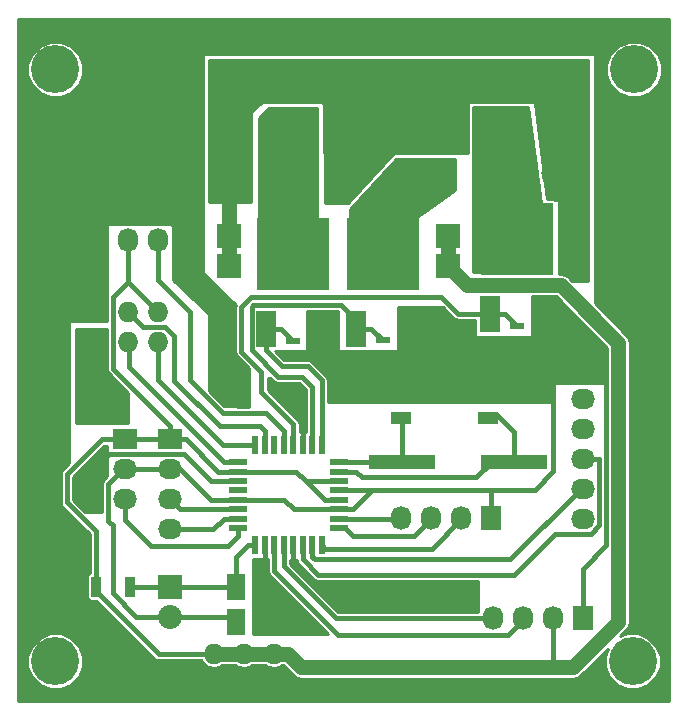
<source format=gbr>
G04 #@! TF.FileFunction,Copper,L1,Top,Signal*
%FSLAX46Y46*%
G04 Gerber Fmt 4.6, Leading zero omitted, Abs format (unit mm)*
G04 Created by KiCad (PCBNEW 4.0.2+dfsg1-stable) date Thu 14 Apr 2016 07:40:31 AM EDT*
%MOMM*%
G01*
G04 APERTURE LIST*
%ADD10C,0.100000*%
%ADD11R,1.750000X1.000000*%
%ADD12R,1.250000X0.500000*%
%ADD13R,5.600000X1.200000*%
%ADD14R,5.600700X1.200000*%
%ADD15R,1.600000X0.550000*%
%ADD16R,0.550000X1.600000*%
%ADD17R,1.600200X2.199640*%
%ADD18R,2.032000X2.032000*%
%ADD19O,2.032000X2.032000*%
%ADD20R,1.727200X2.032000*%
%ADD21O,1.727200X2.032000*%
%ADD22R,2.032000X1.727200*%
%ADD23O,2.032000X1.727200*%
%ADD24R,1.727200X1.727200*%
%ADD25O,1.727200X1.727200*%
%ADD26R,1.651000X3.048000*%
%ADD27R,6.096000X6.096000*%
%ADD28R,0.900000X1.700000*%
%ADD29C,3.000000*%
%ADD30R,2.300000X2.400000*%
%ADD31R,2.400000X2.300000*%
%ADD32C,4.064000*%
%ADD33C,1.750000*%
%ADD34C,1.000000*%
%ADD35C,0.400000*%
%ADD36C,1.250000*%
%ADD37C,0.254000*%
G04 APERTURE END LIST*
D10*
D11*
X40513000Y24654000D03*
X40513000Y26654000D03*
X33147000Y24654000D03*
X33147000Y26654000D03*
D12*
X42926000Y31012000D03*
X42926000Y32512000D03*
X31623000Y29755400D03*
X31623000Y31255400D03*
X24003000Y29730000D03*
X24003000Y31230000D03*
D13*
X33223000Y20955000D03*
D14*
X42723000Y20955000D03*
D15*
X27872000Y15361000D03*
X27872000Y16161000D03*
X27872000Y16961000D03*
X27872000Y17761000D03*
X27872000Y18561000D03*
X27872000Y19361000D03*
X27872000Y20161000D03*
X27872000Y20961000D03*
D16*
X26422000Y22411000D03*
X25622000Y22411000D03*
X24822000Y22411000D03*
X24022000Y22411000D03*
X23222000Y22411000D03*
X22422000Y22411000D03*
X21622000Y22411000D03*
X20822000Y22411000D03*
D15*
X19372000Y20961000D03*
X19372000Y20161000D03*
X19372000Y19361000D03*
X19372000Y18561000D03*
X19372000Y17761000D03*
X19372000Y16961000D03*
X19372000Y16161000D03*
X19372000Y15361000D03*
D16*
X20822000Y13911000D03*
X21622000Y13911000D03*
X22422000Y13911000D03*
X23222000Y13911000D03*
X24022000Y13911000D03*
X24822000Y13911000D03*
X25622000Y13911000D03*
X26422000Y13911000D03*
D17*
X19177000Y10391140D03*
X19177000Y7388860D03*
D18*
X13589000Y10414000D03*
D19*
X13589000Y7874000D03*
D20*
X48514000Y7747000D03*
D21*
X45974000Y7747000D03*
X43434000Y7747000D03*
X40894000Y7747000D03*
D22*
X13585968Y22920348D03*
D23*
X13585968Y20380348D03*
X13585968Y17840348D03*
X13585968Y15300348D03*
D22*
X48514000Y28828999D03*
D23*
X48514000Y26288999D03*
X48514000Y23748999D03*
X48514000Y21208999D03*
X48514000Y18668999D03*
X48514000Y16128999D03*
D20*
X7493001Y39751000D03*
D21*
X10033001Y39751000D03*
X12573001Y39751000D03*
D22*
X9779000Y22920348D03*
D23*
X9779000Y20380348D03*
X9779000Y17840348D03*
D20*
X40766999Y16256000D03*
D21*
X38226999Y16256000D03*
X35686999Y16256000D03*
X33146999Y16256000D03*
D24*
X7493000Y33655000D03*
D25*
X7493000Y31115000D03*
X10033000Y33655000D03*
X10033000Y31115000D03*
X12573000Y33655000D03*
X12573000Y31115000D03*
D26*
X21717000Y32258000D03*
D27*
X24003000Y38608000D03*
D26*
X26289000Y32258000D03*
X29337000Y32258000D03*
D27*
X31623000Y38608000D03*
D26*
X33909000Y32258000D03*
X40640000Y33528000D03*
D27*
X42926000Y39878000D03*
D26*
X45212000Y33528000D03*
D28*
X7313000Y10414000D03*
X10213000Y10414000D03*
D29*
X23622000Y45593000D03*
X28702000Y45593000D03*
X13462000Y45593000D03*
X18542000Y45593000D03*
D24*
X50419000Y42418000D03*
D25*
X47879000Y42418000D03*
X50419000Y39878000D03*
X47879000Y39878000D03*
X50419000Y37338000D03*
X47879000Y37338000D03*
D24*
X22352000Y2159000D03*
D25*
X22352000Y4699000D03*
X19812000Y2159000D03*
X19812000Y4699000D03*
X17272000Y2159000D03*
X17272000Y4699000D03*
D23*
X18542000Y26924000D03*
X18542000Y29464000D03*
X37084000Y29464000D03*
D18*
X18542000Y40132000D03*
X37084000Y40132000D03*
D23*
X37084000Y26924000D03*
D18*
X18542000Y37592000D03*
X37084000Y37592000D03*
D30*
X28736600Y49860200D03*
X23536600Y49860200D03*
D31*
X32943800Y49657000D03*
X32943800Y44457000D03*
D30*
X46567400Y49911000D03*
X41367400Y49911000D03*
D18*
X36322000Y45593000D03*
D19*
X36322000Y48133000D03*
D29*
X41402000Y45466000D03*
X46482000Y45466000D03*
D32*
X3875000Y4089400D03*
X52755800Y4089400D03*
X3875000Y54203000D03*
X52875000Y54203000D03*
D33*
X6175000Y19103000D03*
X23075000Y8503000D03*
X23875000Y26903000D03*
D34*
X8801543Y43956295D03*
X42223439Y29367638D03*
X7949823Y25895427D03*
X33750204Y9799536D03*
D35*
X27872000Y20161000D02*
X29307013Y20161000D01*
X29307013Y20161000D02*
X29811249Y19656764D01*
X29811249Y19656764D02*
X39506551Y19656764D01*
X39506551Y19656764D02*
X40804787Y20955000D01*
X40804787Y20955000D02*
X42723000Y20955000D01*
X42723000Y20955000D02*
X42723000Y23469000D01*
X42723000Y23469000D02*
X41288000Y24904000D01*
X41288000Y24904000D02*
X40513000Y24904000D01*
X48514000Y7747000D02*
X48514000Y11938000D01*
X48514000Y11938000D02*
X50530021Y13954021D01*
X50530021Y13954021D02*
X50530021Y27658528D01*
X50530021Y27658528D02*
X49359550Y28828999D01*
X49359550Y28828999D02*
X48514000Y28828999D01*
X24003000Y29730000D02*
X26893000Y29730000D01*
X26893000Y29730000D02*
X27159000Y29464000D01*
X7493001Y39751000D02*
X7493001Y44210275D01*
X7493001Y44210275D02*
X8875726Y45593000D01*
X8875726Y45593000D02*
X13462000Y45593000D01*
X47817611Y57313412D02*
X16886535Y57313412D01*
X16886535Y57313412D02*
X13462000Y53888877D01*
X13462000Y53888877D02*
X13462000Y45593000D01*
D36*
X13462000Y45593000D02*
X13504799Y45593000D01*
X13504799Y45593000D02*
X15625551Y43472248D01*
X15625551Y43472248D02*
X15625551Y36230927D01*
X15625551Y36230927D02*
X18542000Y33314478D01*
X18542000Y33314478D02*
X18542000Y29464000D01*
D35*
X45212000Y33528000D02*
X45212000Y31826200D01*
X45212000Y31826200D02*
X45212000Y31604000D01*
X42926000Y31012000D02*
X43776000Y31012000D01*
X43776000Y31012000D02*
X44590200Y31826200D01*
X44590200Y31826200D02*
X45212000Y31826200D01*
X27159000Y29464000D02*
X31521400Y29464000D01*
X31521400Y29464000D02*
X33909000Y29464000D01*
X31623000Y29755400D02*
X31623000Y29565600D01*
X31623000Y29565600D02*
X31521400Y29464000D01*
X7493000Y33655000D02*
X7493001Y34918601D01*
X7493001Y34918601D02*
X7493001Y39751000D01*
X48514000Y28828999D02*
X45974000Y28828999D01*
X48514000Y28828999D02*
X47097999Y28829000D01*
X42762078Y28828999D02*
X42523438Y29067639D01*
X42523438Y29067639D02*
X42223439Y29367638D01*
X45974000Y28828999D02*
X42762078Y28828999D01*
X47097999Y28829000D02*
X45991917Y28829000D01*
X19812000Y2159000D02*
X22352000Y2159000D01*
X17272000Y2159000D02*
X19812000Y2159000D01*
X50419000Y39878000D02*
X50419000Y42418000D01*
X50419000Y37338000D02*
X50419000Y39878000D01*
X45212000Y31604000D02*
X45974000Y30842000D01*
X45974000Y30842000D02*
X45974000Y28828999D01*
D36*
X18498889Y29891487D02*
X18473686Y29866284D01*
D35*
X9301542Y44456294D02*
X8801543Y43956295D01*
X13462000Y45593000D02*
X10438248Y45593000D01*
X10438248Y45593000D02*
X9301542Y44456294D01*
X19372000Y17761000D02*
X17054008Y17761000D01*
X17054008Y17761000D02*
X14434660Y20380348D01*
X14434660Y20380348D02*
X13585968Y20380348D01*
X30988000Y18561000D02*
X40767000Y18561000D01*
X40767000Y18561000D02*
X44378627Y18561000D01*
X40766999Y16256000D02*
X40767000Y17672001D01*
X40767000Y17672001D02*
X40767000Y18561000D01*
X27872000Y18561000D02*
X30988000Y18561000D01*
X27872000Y16961000D02*
X29072000Y16961000D01*
X29072000Y16961000D02*
X30672000Y18561000D01*
X30672000Y18561000D02*
X30988000Y18561000D01*
X44450000Y18632373D02*
X45991917Y20174290D01*
X44378627Y18561000D02*
X44450000Y18632373D01*
X45991917Y20174290D02*
X45991917Y28829000D01*
X19372000Y17761000D02*
X23269661Y17761000D01*
X23269661Y17761000D02*
X24069661Y16961000D01*
X24069661Y16961000D02*
X27872000Y16961000D01*
X8746889Y9860109D02*
X8746889Y15621000D01*
X8362990Y19116738D02*
X9626600Y20380348D01*
X8746889Y15621000D02*
X8362990Y16004899D01*
X8362990Y16004899D02*
X8362990Y19116738D01*
X9626600Y20380348D02*
X9779000Y20380348D01*
X13585968Y20380348D02*
X9779000Y20380348D01*
X13589000Y7874000D02*
X10732998Y7874000D01*
X10732998Y7874000D02*
X8746889Y9860109D01*
X40513000Y26404000D02*
X45991917Y26404000D01*
X45991917Y26404000D02*
X45991917Y28829000D01*
D36*
X18542000Y26924000D02*
X18542000Y29464000D01*
D35*
X37084000Y29464000D02*
X37084000Y26924000D01*
X13589000Y7874000D02*
X18691860Y7874000D01*
X18691860Y7874000D02*
X19177000Y7388860D01*
X33909000Y29464000D02*
X35668000Y29464000D01*
X33909000Y32258000D02*
X33909000Y29464000D01*
X26289000Y32258000D02*
X26289000Y30334000D01*
X26289000Y30334000D02*
X27159000Y29464000D01*
X35668000Y29464000D02*
X37084000Y29464000D01*
X40513000Y26404000D02*
X37604000Y26404000D01*
X37604000Y26404000D02*
X37084000Y26924000D01*
X33147000Y26404000D02*
X36564000Y26404000D01*
X36564000Y26404000D02*
X37084000Y26924000D01*
X33223000Y20955000D02*
X33223000Y24828000D01*
X33223000Y24828000D02*
X33147000Y24904000D01*
X27872000Y20961000D02*
X33217000Y20961000D01*
X33217000Y20961000D02*
X33223000Y20955000D01*
X27872000Y15361000D02*
X28397000Y15361000D01*
X28397000Y15361000D02*
X29072000Y14686000D01*
X29072000Y14686000D02*
X34269399Y14686000D01*
X34269399Y14686000D02*
X35686999Y16103600D01*
X35686999Y16103600D02*
X35686999Y16256000D01*
X27872000Y16161000D02*
X33051999Y16161000D01*
X33051999Y16161000D02*
X33146999Y16256000D01*
X9779000Y22877853D02*
X7788015Y22877853D01*
X7788015Y22877853D02*
X4840331Y19930169D01*
X4840331Y19930169D02*
X4840331Y17558569D01*
X4840331Y17558569D02*
X7313000Y15085900D01*
X7313000Y15085900D02*
X7313000Y10414000D01*
X19372000Y20161000D02*
X17666432Y20161000D01*
X17666432Y20161000D02*
X14907084Y22920348D01*
X14907084Y22920348D02*
X13585968Y22920348D01*
X13585968Y22920348D02*
X13585968Y24036716D01*
X13585968Y24036716D02*
X8756601Y28866083D01*
X8756601Y28866083D02*
X8756601Y34918599D01*
X8756601Y34918599D02*
X10033001Y36194999D01*
X12573000Y33655000D02*
X10033001Y36194999D01*
X10033001Y36194999D02*
X10033001Y39751000D01*
D36*
X51555032Y31019470D02*
X51555032Y7423430D01*
X46651742Y35922760D02*
X51555032Y31019470D01*
X46651742Y35940423D02*
X46651742Y35922760D01*
X47716842Y3585240D02*
X46101000Y3585240D01*
X38756586Y35940423D02*
X46651742Y35940423D01*
X37105009Y37592000D02*
X38756586Y35940423D01*
X51555032Y7423430D02*
X47716842Y3585240D01*
D35*
X45974000Y3712240D02*
X46101000Y3585240D01*
D36*
X46101000Y3585240D02*
X24687074Y3585240D01*
D35*
X45974000Y7747000D02*
X45974000Y3712240D01*
D36*
X23573314Y4699000D02*
X22352000Y4699000D01*
X24687074Y3585240D02*
X23573314Y4699000D01*
X19812000Y4699000D02*
X17272000Y4699000D01*
X22352000Y4699000D02*
X19812000Y4699000D01*
D35*
X7313000Y10414000D02*
X7313000Y10014000D01*
X16050686Y4699000D02*
X17272000Y4699000D01*
X7313000Y10014000D02*
X12628000Y4699000D01*
X12628000Y4699000D02*
X16050686Y4699000D01*
X37084000Y37592000D02*
X37105009Y37592000D01*
X27872000Y19361000D02*
X25072000Y19361000D01*
X25072000Y19361000D02*
X25019000Y19414000D01*
X24272000Y20161000D02*
X25019000Y19414000D01*
X25019000Y19414000D02*
X26672000Y17761000D01*
X19372000Y20161000D02*
X24272000Y20161000D01*
X26672000Y17761000D02*
X27872000Y17761000D01*
X9779000Y22920348D02*
X13585968Y22920348D01*
D36*
X37084000Y40132000D02*
X37084000Y37592000D01*
D35*
X25622000Y22411000D02*
X25622000Y27324285D01*
X25622000Y27324285D02*
X24755934Y28190351D01*
X20491499Y30413999D02*
X20491499Y34102001D01*
X24755934Y28190351D02*
X22715147Y28190351D01*
X22715147Y28190351D02*
X20491499Y30413999D01*
X20491499Y34102001D02*
X20650526Y34261028D01*
X20650526Y34261028D02*
X28032472Y34261028D01*
X28032472Y34261028D02*
X29337000Y32956500D01*
X29337000Y32956500D02*
X29337000Y32258000D01*
X29337000Y32258000D02*
X30620400Y32258000D01*
X30620400Y32258000D02*
X31623000Y31255400D01*
X24022000Y22411000D02*
X24022000Y24190863D01*
X19634202Y30311212D02*
X19634202Y34093249D01*
X37958183Y33528000D02*
X40640000Y33528000D01*
X24022000Y24190863D02*
X21329365Y26883498D01*
X21329365Y26883498D02*
X21329365Y28616049D01*
X21329365Y28616049D02*
X19634202Y30311212D01*
X19634202Y34093249D02*
X20461761Y34920808D01*
X20461761Y34920808D02*
X36565375Y34920808D01*
X36565375Y34920808D02*
X37958183Y33528000D01*
X40640000Y33528000D02*
X41910000Y33528000D01*
X41910000Y33528000D02*
X42926000Y32512000D01*
X9779000Y17840348D02*
X9779000Y16066146D01*
X9779000Y16066146D02*
X12008995Y13836151D01*
X12008995Y13836151D02*
X18512649Y13836151D01*
X19372000Y14695502D02*
X19372000Y15361000D01*
X18512649Y13836151D02*
X19372000Y14695502D01*
X26422000Y22411000D02*
X26422000Y27892798D01*
X26422000Y27892798D02*
X25234799Y29079999D01*
X25234799Y29079999D02*
X23057999Y29079999D01*
X21717000Y30420998D02*
X21717000Y32258000D01*
X23057999Y29079999D02*
X21717000Y30420998D01*
X21717000Y32258000D02*
X22975000Y32258000D01*
X22975000Y32258000D02*
X24003000Y31230000D01*
X23222000Y22411000D02*
X23222000Y23611000D01*
X15265578Y27870329D02*
X15265578Y33649545D01*
X23222000Y23611000D02*
X21726481Y25106519D01*
X21726481Y25106519D02*
X18029388Y25106519D01*
X18029388Y25106519D02*
X15265578Y27870329D01*
X15265578Y33649545D02*
X12573001Y36342122D01*
X12573001Y36342122D02*
X12573001Y39751000D01*
X21622000Y22411000D02*
X21622000Y23611000D01*
X10896599Y32791401D02*
X10033000Y33655000D01*
X21622000Y23611000D02*
X21213881Y24019119D01*
X21213881Y24019119D02*
X17780192Y24019119D01*
X17780192Y24019119D02*
X13954189Y27845122D01*
X13954189Y27845122D02*
X13954189Y31603941D01*
X13954189Y31603941D02*
X13166731Y32391399D01*
X13166731Y32391399D02*
X11296601Y32391399D01*
X11296601Y32391399D02*
X10896599Y32791401D01*
X20822000Y22411000D02*
X18051714Y22411000D01*
X12565302Y27897412D02*
X12565302Y31107302D01*
X18051714Y22411000D02*
X12565302Y27897412D01*
X12565302Y31107302D02*
X12573000Y31115000D01*
X19372000Y20961000D02*
X18194695Y20961000D01*
X18194695Y20961000D02*
X10107494Y29048201D01*
X10107494Y29048201D02*
X10107494Y31040506D01*
X10107494Y31040506D02*
X10033000Y31115000D01*
X10213000Y10414000D02*
X13589000Y10414000D01*
X19177000Y10391140D02*
X19177000Y12941000D01*
X20147000Y13911000D02*
X20822000Y13911000D01*
X19177000Y12941000D02*
X20147000Y13911000D01*
X13589000Y10414000D02*
X19154140Y10414000D01*
X19154140Y10414000D02*
X19177000Y10391140D01*
X19372000Y16961000D02*
X14465316Y16961000D01*
X14465316Y16961000D02*
X13585968Y17840348D01*
X17247207Y15283126D02*
X13603190Y15283126D01*
X13603190Y15283126D02*
X13585968Y15300348D01*
X19372000Y16161000D02*
X18125081Y16161000D01*
X18125081Y16161000D02*
X17247207Y15283126D01*
X43434000Y7747000D02*
X43434000Y7594600D01*
X27806151Y6330990D02*
X22422000Y11715141D01*
X43434000Y7594600D02*
X42170390Y6330990D01*
X42170390Y6330990D02*
X27806151Y6330990D01*
X22422000Y11715141D02*
X22422000Y12711000D01*
X22422000Y12711000D02*
X22422000Y13911000D01*
X40894000Y7747000D02*
X27608740Y7747000D01*
X27608740Y7747000D02*
X23222000Y12133740D01*
X23222000Y12133740D02*
X23222000Y12711000D01*
X23222000Y12711000D02*
X23222000Y13911000D01*
X7493000Y26352250D02*
X7949823Y25895427D01*
X7493000Y31115000D02*
X7493000Y26352250D01*
X24022000Y13911000D02*
X24022000Y12313796D01*
X24022000Y12313796D02*
X26536260Y9799536D01*
X26536260Y9799536D02*
X33325940Y9799536D01*
X33325940Y9799536D02*
X33750204Y9799536D01*
X24822000Y13911000D02*
X24822000Y12711000D01*
X24822000Y12711000D02*
X26103000Y11430000D01*
X26103000Y11430000D02*
X42713998Y11430000D01*
X42713998Y11430000D02*
X46149387Y14865389D01*
X46149387Y14865389D02*
X49189804Y14865389D01*
X49189804Y14865389D02*
X49930010Y15605595D01*
X49930010Y15605595D02*
X49930010Y21208999D01*
X49930010Y21208999D02*
X48514000Y21208999D01*
X25622000Y13911000D02*
X25622000Y12915998D01*
X25622000Y12915998D02*
X25826999Y12710999D01*
X25826999Y12710999D02*
X42403600Y12710999D01*
X42403600Y12710999D02*
X48361600Y18668999D01*
X48361600Y18668999D02*
X48514000Y18668999D01*
X26422000Y13911000D02*
X26723229Y13609771D01*
X26723229Y13609771D02*
X35733170Y13609771D01*
X35733170Y13609771D02*
X38226999Y16103600D01*
X38226999Y16103600D02*
X38226999Y16256000D01*
X36322000Y48133000D02*
X36322000Y49686962D01*
X44948497Y52244660D02*
X46567400Y50625757D01*
X46567400Y50625757D02*
X46567400Y49911000D01*
X36322000Y49686962D02*
X38879698Y52244660D01*
X38879698Y52244660D02*
X44948497Y52244660D01*
X18542000Y45593000D02*
X18542000Y49575644D01*
X20706156Y51739800D02*
X27687836Y51739800D01*
X18542000Y49575644D02*
X20706156Y51739800D01*
X27687836Y51739800D02*
X28736600Y50691036D01*
X28736600Y50691036D02*
X28736600Y49860200D01*
X47879000Y39878000D02*
X47879000Y37338000D01*
X47879000Y42418000D02*
X47879000Y39878000D01*
X46482000Y45466000D02*
X46482000Y43815000D01*
X46482000Y43815000D02*
X47879000Y42418000D01*
X32943800Y49657000D02*
X34798000Y49657000D01*
X34798000Y49657000D02*
X36322000Y48133000D01*
X28736600Y49860200D02*
X32740600Y49860200D01*
X32740600Y49860200D02*
X32943800Y49657000D01*
D36*
X18542000Y40132000D02*
X18542000Y45593000D01*
X18542000Y37592000D02*
X18542000Y40132000D01*
D35*
X46482000Y45466000D02*
X46482000Y49825600D01*
X46482000Y49825600D02*
X46567400Y49911000D01*
X28702000Y45593000D02*
X28702000Y49825600D01*
X28702000Y49825600D02*
X28736600Y49860200D01*
X23622000Y45593000D02*
X23622000Y49774800D01*
X23622000Y49774800D02*
X23536600Y49860200D01*
X24003000Y45212000D02*
X23622000Y45593000D01*
X24003000Y38608000D02*
X24003000Y45212000D01*
X32943800Y44457000D02*
X35186000Y44457000D01*
X35186000Y44457000D02*
X36322000Y45593000D01*
X31623000Y38608000D02*
X31623000Y43136200D01*
X31623000Y43136200D02*
X32943800Y44457000D01*
X41402000Y45466000D02*
X42926000Y43942000D01*
X42926000Y43942000D02*
X42926000Y39878000D01*
X41402000Y45466000D02*
X41402000Y49876400D01*
X41402000Y49876400D02*
X41367400Y49911000D01*
X24822000Y22411000D02*
X24822000Y25956000D01*
X24822000Y25956000D02*
X23875000Y26903000D01*
X19372000Y19361000D02*
X17055715Y19361000D01*
X17055715Y19361000D02*
X14772757Y21643958D01*
X14772757Y21643958D02*
X8429838Y21643958D01*
X8429838Y21643958D02*
X6475537Y19689657D01*
X6475537Y19689657D02*
X6475537Y19103537D01*
X6475537Y19103537D02*
X6475000Y19103000D01*
X23075000Y8503000D02*
X21622000Y9956000D01*
X21622000Y9956000D02*
X21622000Y13911000D01*
D37*
G36*
X24335115Y12509325D02*
X24449355Y12338355D01*
X25730355Y11057354D01*
X25901326Y10943115D01*
X26103000Y10903000D01*
X39624000Y10903000D01*
X39624000Y8274000D01*
X27827030Y8274000D01*
X23749000Y12352030D01*
X23749000Y12700000D01*
X24297188Y12700000D01*
X24335115Y12509325D01*
X24335115Y12509325D01*
G37*
X24335115Y12509325D02*
X24449355Y12338355D01*
X25730355Y11057354D01*
X25901326Y10943115D01*
X26103000Y10903000D01*
X39624000Y10903000D01*
X39624000Y8274000D01*
X27827030Y8274000D01*
X23749000Y12352030D01*
X23749000Y12700000D01*
X24297188Y12700000D01*
X24335115Y12509325D01*
G36*
X8229601Y28866083D02*
X8269716Y28664408D01*
X8383956Y28493438D01*
X10033000Y26844394D01*
X10033000Y24257000D01*
X5588000Y24257000D01*
X5588000Y32258000D01*
X8229601Y32258000D01*
X8229601Y28866083D01*
X8229601Y28866083D01*
G37*
X8229601Y28866083D02*
X8269716Y28664408D01*
X8383956Y28493438D01*
X10033000Y26844394D01*
X10033000Y24257000D01*
X5588000Y24257000D01*
X5588000Y32258000D01*
X8229601Y32258000D01*
X8229601Y28866083D01*
G36*
X16408400Y37007800D02*
X16418406Y36958390D01*
X16446396Y36917206D01*
X19142117Y34268778D01*
X19107202Y34093249D01*
X19107202Y30311212D01*
X19147317Y30109537D01*
X19261557Y29938567D01*
X20269200Y28930923D01*
X20269200Y25656619D01*
X18181983Y25699215D01*
X16891000Y26990197D01*
X16891000Y33401000D01*
X16880994Y33450410D01*
X16851872Y33492693D01*
X13843000Y36376195D01*
X13843000Y40767000D01*
X13822295Y40836501D01*
X11684000Y44106835D01*
X11684000Y47142400D01*
X16408400Y47142400D01*
X16408400Y37007800D01*
X16408400Y37007800D01*
G37*
X16408400Y37007800D02*
X16418406Y36958390D01*
X16446396Y36917206D01*
X19142117Y34268778D01*
X19107202Y34093249D01*
X19107202Y30311212D01*
X19147317Y30109537D01*
X19261557Y29938567D01*
X20269200Y28930923D01*
X20269200Y25656619D01*
X18181983Y25699215D01*
X16891000Y26990197D01*
X16891000Y33401000D01*
X16880994Y33450410D01*
X16851872Y33492693D01*
X13843000Y36376195D01*
X13843000Y40767000D01*
X13822295Y40836501D01*
X11684000Y44106835D01*
X11684000Y47142400D01*
X16408400Y47142400D01*
X16408400Y37007800D01*
G36*
X26060400Y35662851D02*
X21132362Y35711165D01*
X21082190Y50110553D01*
X21970806Y50952400D01*
X26060400Y50952400D01*
X26060400Y35662851D01*
X26060400Y35662851D01*
G37*
X26060400Y35662851D02*
X21132362Y35711165D01*
X21082190Y50110553D01*
X21970806Y50952400D01*
X26060400Y50952400D01*
X26060400Y35662851D01*
G36*
X37693600Y43982554D02*
X34496353Y41734490D01*
X34461689Y41697885D01*
X34442400Y41630600D01*
X34442400Y35763200D01*
X28803600Y35763200D01*
X28803600Y42393960D01*
X32694827Y46634400D01*
X37693600Y46634400D01*
X37693600Y43982554D01*
X37693600Y43982554D01*
G37*
X37693600Y43982554D02*
X34496353Y41734490D01*
X34461689Y41697885D01*
X34442400Y41630600D01*
X34442400Y35763200D01*
X28803600Y35763200D01*
X28803600Y42393960D01*
X32694827Y46634400D01*
X37693600Y46634400D01*
X37693600Y43982554D01*
G36*
X44654997Y45462627D02*
X44654684Y45104182D01*
X44726997Y44929171D01*
X45008800Y42841267D01*
X45008800Y37084000D01*
X39268400Y37084000D01*
X39268400Y51003200D01*
X43907189Y51003200D01*
X44654997Y45462627D01*
X44654997Y45462627D01*
G37*
X44654997Y45462627D02*
X44654684Y45104182D01*
X44726997Y44929171D01*
X45008800Y42841267D01*
X45008800Y37084000D01*
X39268400Y37084000D01*
X39268400Y51003200D01*
X43907189Y51003200D01*
X44654997Y45462627D01*
G36*
X48971200Y36271200D02*
X47649634Y36271200D01*
X47360475Y36560359D01*
X47324908Y36613589D01*
X47016057Y36819956D01*
X46651742Y36892423D01*
X46482000Y36892423D01*
X46482000Y43053000D01*
X46471994Y43102410D01*
X46443553Y43144035D01*
X46401159Y43171315D01*
X46355000Y43180000D01*
X46181484Y43180000D01*
X46103714Y43233138D01*
X45974000Y43259406D01*
X45540894Y43259406D01*
X44448859Y51350387D01*
X44432334Y51398015D01*
X44398581Y51435461D01*
X44352919Y51456826D01*
X44323000Y51460400D01*
X38938200Y51460400D01*
X38888790Y51450394D01*
X38847165Y51421953D01*
X38819885Y51379559D01*
X38811200Y51333400D01*
X38811200Y47091600D01*
X32537400Y47091600D01*
X32487990Y47081594D01*
X32443971Y47050623D01*
X28646300Y42926000D01*
X26669242Y42926000D01*
X26619198Y51283360D01*
X26608896Y51332710D01*
X26580207Y51374163D01*
X26537650Y51401189D01*
X26492200Y51409600D01*
X21361400Y51409600D01*
X21311990Y51399594D01*
X21274746Y51375444D01*
X20512746Y50664244D01*
X20483451Y50623216D01*
X20472400Y50571400D01*
X20472400Y42976800D01*
X16916400Y42976800D01*
X16916400Y55016400D01*
X48971200Y55016400D01*
X48971200Y36271200D01*
X48971200Y36271200D01*
G37*
X48971200Y36271200D02*
X47649634Y36271200D01*
X47360475Y36560359D01*
X47324908Y36613589D01*
X47016057Y36819956D01*
X46651742Y36892423D01*
X46482000Y36892423D01*
X46482000Y43053000D01*
X46471994Y43102410D01*
X46443553Y43144035D01*
X46401159Y43171315D01*
X46355000Y43180000D01*
X46181484Y43180000D01*
X46103714Y43233138D01*
X45974000Y43259406D01*
X45540894Y43259406D01*
X44448859Y51350387D01*
X44432334Y51398015D01*
X44398581Y51435461D01*
X44352919Y51456826D01*
X44323000Y51460400D01*
X38938200Y51460400D01*
X38888790Y51450394D01*
X38847165Y51421953D01*
X38819885Y51379559D01*
X38811200Y51333400D01*
X38811200Y47091600D01*
X32537400Y47091600D01*
X32487990Y47081594D01*
X32443971Y47050623D01*
X28646300Y42926000D01*
X26669242Y42926000D01*
X26619198Y51283360D01*
X26608896Y51332710D01*
X26580207Y51374163D01*
X26537650Y51401189D01*
X26492200Y51409600D01*
X21361400Y51409600D01*
X21311990Y51399594D01*
X21274746Y51375444D01*
X20512746Y50664244D01*
X20483451Y50623216D01*
X20472400Y50571400D01*
X20472400Y42976800D01*
X16916400Y42976800D01*
X16916400Y55016400D01*
X48971200Y55016400D01*
X48971200Y36271200D01*
G36*
X55815000Y700000D02*
X702000Y700000D01*
X702000Y3622224D01*
X1515591Y3622224D01*
X1873971Y2754879D01*
X2536989Y2090703D01*
X3403707Y1730810D01*
X4342176Y1729991D01*
X5209521Y2088371D01*
X5873697Y2751389D01*
X6233590Y3618107D01*
X6234409Y4556576D01*
X5876029Y5423921D01*
X5213011Y6088097D01*
X4346293Y6447990D01*
X3407824Y6448809D01*
X2540479Y6090429D01*
X1876303Y5427411D01*
X1516410Y4560693D01*
X1515591Y3622224D01*
X702000Y3622224D01*
X702000Y19930169D01*
X4313331Y19930169D01*
X4313331Y17558569D01*
X4353446Y17356894D01*
X4467686Y17185924D01*
X6786000Y14867610D01*
X6786000Y11582918D01*
X6741821Y11574605D01*
X6630526Y11502988D01*
X6555862Y11393714D01*
X6529594Y11264000D01*
X6529594Y9564000D01*
X6552395Y9442821D01*
X6624012Y9331526D01*
X6733286Y9256862D01*
X6863000Y9230594D01*
X7351116Y9230594D01*
X12255355Y4326355D01*
X12426325Y4212115D01*
X12628000Y4172000D01*
X16204136Y4172000D01*
X16430119Y3833794D01*
X16816377Y3575704D01*
X17272000Y3485075D01*
X17727623Y3575704D01*
X17983985Y3747000D01*
X19100015Y3747000D01*
X19356377Y3575704D01*
X19812000Y3485075D01*
X20267623Y3575704D01*
X20523985Y3747000D01*
X21640015Y3747000D01*
X21896377Y3575704D01*
X22352000Y3485075D01*
X22807623Y3575704D01*
X23063985Y3747000D01*
X23178982Y3747000D01*
X24013906Y2912077D01*
X24013908Y2912074D01*
X24322759Y2705707D01*
X24687074Y2633240D01*
X47716842Y2633240D01*
X48081157Y2705707D01*
X48390008Y2912074D01*
X50651838Y5173904D01*
X50397210Y4560693D01*
X50396391Y3622224D01*
X50754771Y2754879D01*
X51417789Y2090703D01*
X52284507Y1730810D01*
X53222976Y1729991D01*
X54090321Y2088371D01*
X54754497Y2751389D01*
X55114390Y3618107D01*
X55115209Y4556576D01*
X54756829Y5423921D01*
X54093811Y6088097D01*
X53227093Y6447990D01*
X52288624Y6448809D01*
X51671929Y6193995D01*
X52228195Y6750262D01*
X52228198Y6750264D01*
X52434565Y7059115D01*
X52507032Y7423430D01*
X52507032Y31019470D01*
X52434565Y31383785D01*
X52228198Y31692636D01*
X49530000Y34390834D01*
X49530000Y53735824D01*
X50515591Y53735824D01*
X50873971Y52868479D01*
X51536989Y52204303D01*
X52403707Y51844410D01*
X53342176Y51843591D01*
X54209521Y52201971D01*
X54873697Y52864989D01*
X55233590Y53731707D01*
X55234409Y54670176D01*
X54876029Y55537521D01*
X54213011Y56201697D01*
X53346293Y56561590D01*
X52407824Y56562409D01*
X51540479Y56204029D01*
X50876303Y55541011D01*
X50516410Y54674293D01*
X50515591Y53735824D01*
X49530000Y53735824D01*
X49530000Y55372000D01*
X49519994Y55421410D01*
X49491553Y55463035D01*
X49449159Y55490315D01*
X49403000Y55499000D01*
X16510000Y55499000D01*
X16460590Y55488994D01*
X16418965Y55460553D01*
X16391685Y55418159D01*
X16383000Y55372000D01*
X16383000Y41148000D01*
X8382000Y41148000D01*
X8332590Y41137994D01*
X8290965Y41109553D01*
X8263685Y41067159D01*
X8255000Y41021000D01*
X8255000Y35046291D01*
X8239976Y34970760D01*
X8229601Y34918599D01*
X8229601Y32893000D01*
X5207000Y32893000D01*
X5207000Y33020000D01*
X5080372Y33029717D01*
X5069881Y32893000D01*
X5048372Y32612717D01*
X5048000Y32603000D01*
X5048000Y20883128D01*
X4467686Y20302814D01*
X4353446Y20131844D01*
X4336741Y20047862D01*
X4313331Y19930169D01*
X702000Y19930169D01*
X702000Y53735824D01*
X1515591Y53735824D01*
X1873971Y52868479D01*
X2536989Y52204303D01*
X3403707Y51844410D01*
X4342176Y51843591D01*
X5209521Y52201971D01*
X5873697Y52864989D01*
X6233590Y53731707D01*
X6234409Y54670176D01*
X5876029Y55537521D01*
X5213011Y56201697D01*
X4346293Y56561590D01*
X3407824Y56562409D01*
X2540479Y56204029D01*
X1876303Y55541011D01*
X1516410Y54674293D01*
X1515591Y53735824D01*
X702000Y53735824D01*
X702000Y58482000D01*
X55815000Y58482000D01*
X55815000Y700000D01*
X55815000Y700000D01*
G37*
X55815000Y700000D02*
X702000Y700000D01*
X702000Y3622224D01*
X1515591Y3622224D01*
X1873971Y2754879D01*
X2536989Y2090703D01*
X3403707Y1730810D01*
X4342176Y1729991D01*
X5209521Y2088371D01*
X5873697Y2751389D01*
X6233590Y3618107D01*
X6234409Y4556576D01*
X5876029Y5423921D01*
X5213011Y6088097D01*
X4346293Y6447990D01*
X3407824Y6448809D01*
X2540479Y6090429D01*
X1876303Y5427411D01*
X1516410Y4560693D01*
X1515591Y3622224D01*
X702000Y3622224D01*
X702000Y19930169D01*
X4313331Y19930169D01*
X4313331Y17558569D01*
X4353446Y17356894D01*
X4467686Y17185924D01*
X6786000Y14867610D01*
X6786000Y11582918D01*
X6741821Y11574605D01*
X6630526Y11502988D01*
X6555862Y11393714D01*
X6529594Y11264000D01*
X6529594Y9564000D01*
X6552395Y9442821D01*
X6624012Y9331526D01*
X6733286Y9256862D01*
X6863000Y9230594D01*
X7351116Y9230594D01*
X12255355Y4326355D01*
X12426325Y4212115D01*
X12628000Y4172000D01*
X16204136Y4172000D01*
X16430119Y3833794D01*
X16816377Y3575704D01*
X17272000Y3485075D01*
X17727623Y3575704D01*
X17983985Y3747000D01*
X19100015Y3747000D01*
X19356377Y3575704D01*
X19812000Y3485075D01*
X20267623Y3575704D01*
X20523985Y3747000D01*
X21640015Y3747000D01*
X21896377Y3575704D01*
X22352000Y3485075D01*
X22807623Y3575704D01*
X23063985Y3747000D01*
X23178982Y3747000D01*
X24013906Y2912077D01*
X24013908Y2912074D01*
X24322759Y2705707D01*
X24687074Y2633240D01*
X47716842Y2633240D01*
X48081157Y2705707D01*
X48390008Y2912074D01*
X50651838Y5173904D01*
X50397210Y4560693D01*
X50396391Y3622224D01*
X50754771Y2754879D01*
X51417789Y2090703D01*
X52284507Y1730810D01*
X53222976Y1729991D01*
X54090321Y2088371D01*
X54754497Y2751389D01*
X55114390Y3618107D01*
X55115209Y4556576D01*
X54756829Y5423921D01*
X54093811Y6088097D01*
X53227093Y6447990D01*
X52288624Y6448809D01*
X51671929Y6193995D01*
X52228195Y6750262D01*
X52228198Y6750264D01*
X52434565Y7059115D01*
X52507032Y7423430D01*
X52507032Y31019470D01*
X52434565Y31383785D01*
X52228198Y31692636D01*
X49530000Y34390834D01*
X49530000Y53735824D01*
X50515591Y53735824D01*
X50873971Y52868479D01*
X51536989Y52204303D01*
X52403707Y51844410D01*
X53342176Y51843591D01*
X54209521Y52201971D01*
X54873697Y52864989D01*
X55233590Y53731707D01*
X55234409Y54670176D01*
X54876029Y55537521D01*
X54213011Y56201697D01*
X53346293Y56561590D01*
X52407824Y56562409D01*
X51540479Y56204029D01*
X50876303Y55541011D01*
X50516410Y54674293D01*
X50515591Y53735824D01*
X49530000Y53735824D01*
X49530000Y55372000D01*
X49519994Y55421410D01*
X49491553Y55463035D01*
X49449159Y55490315D01*
X49403000Y55499000D01*
X16510000Y55499000D01*
X16460590Y55488994D01*
X16418965Y55460553D01*
X16391685Y55418159D01*
X16383000Y55372000D01*
X16383000Y41148000D01*
X8382000Y41148000D01*
X8332590Y41137994D01*
X8290965Y41109553D01*
X8263685Y41067159D01*
X8255000Y41021000D01*
X8255000Y35046291D01*
X8239976Y34970760D01*
X8229601Y34918599D01*
X8229601Y32893000D01*
X5207000Y32893000D01*
X5207000Y33020000D01*
X5080372Y33029717D01*
X5069881Y32893000D01*
X5048372Y32612717D01*
X5048000Y32603000D01*
X5048000Y20883128D01*
X4467686Y20302814D01*
X4353446Y20131844D01*
X4336741Y20047862D01*
X4313331Y19930169D01*
X702000Y19930169D01*
X702000Y53735824D01*
X1515591Y53735824D01*
X1873971Y52868479D01*
X2536989Y52204303D01*
X3403707Y51844410D01*
X4342176Y51843591D01*
X5209521Y52201971D01*
X5873697Y52864989D01*
X6233590Y53731707D01*
X6234409Y54670176D01*
X5876029Y55537521D01*
X5213011Y56201697D01*
X4346293Y56561590D01*
X3407824Y56562409D01*
X2540479Y56204029D01*
X1876303Y55541011D01*
X1516410Y54674293D01*
X1515591Y53735824D01*
X702000Y53735824D01*
X702000Y58482000D01*
X55815000Y58482000D01*
X55815000Y700000D01*
G36*
X50603032Y30625138D02*
X50603032Y27630000D01*
X46175000Y27630000D01*
X46125590Y27619994D01*
X46083965Y27591553D01*
X46056685Y27549159D01*
X46048000Y27503000D01*
X46048000Y26030000D01*
X26949000Y26030000D01*
X26949000Y27892798D01*
X26908885Y28094472D01*
X26794645Y28265443D01*
X25607444Y29452644D01*
X25436474Y29566884D01*
X25234799Y29606999D01*
X23276289Y29606999D01*
X22507288Y30376000D01*
X25075000Y30376000D01*
X25124410Y30386006D01*
X25166035Y30414447D01*
X25193315Y30456841D01*
X25202000Y30503000D01*
X25202000Y33734028D01*
X27814182Y33734028D01*
X27848000Y33700210D01*
X27848000Y30503000D01*
X27858006Y30453590D01*
X27886447Y30411965D01*
X27928841Y30384685D01*
X27975000Y30376000D01*
X32775000Y30376000D01*
X32824410Y30386006D01*
X32866035Y30414447D01*
X32893315Y30456841D01*
X32902000Y30503000D01*
X32902000Y34076000D01*
X36664893Y34076000D01*
X37585538Y33155355D01*
X37756508Y33041115D01*
X37958183Y33001000D01*
X39448000Y33001000D01*
X39448000Y31703000D01*
X39458006Y31653590D01*
X39486447Y31611965D01*
X39528841Y31584685D01*
X39575000Y31576000D01*
X44075000Y31576000D01*
X44124410Y31586006D01*
X44166035Y31614447D01*
X44193315Y31656841D01*
X44202000Y31703000D01*
X44202000Y34988423D01*
X46239747Y34988423D01*
X50603032Y30625138D01*
X50603032Y30625138D01*
G37*
X50603032Y30625138D02*
X50603032Y27630000D01*
X46175000Y27630000D01*
X46125590Y27619994D01*
X46083965Y27591553D01*
X46056685Y27549159D01*
X46048000Y27503000D01*
X46048000Y26030000D01*
X26949000Y26030000D01*
X26949000Y27892798D01*
X26908885Y28094472D01*
X26794645Y28265443D01*
X25607444Y29452644D01*
X25436474Y29566884D01*
X25234799Y29606999D01*
X23276289Y29606999D01*
X22507288Y30376000D01*
X25075000Y30376000D01*
X25124410Y30386006D01*
X25166035Y30414447D01*
X25193315Y30456841D01*
X25202000Y30503000D01*
X25202000Y33734028D01*
X27814182Y33734028D01*
X27848000Y33700210D01*
X27848000Y30503000D01*
X27858006Y30453590D01*
X27886447Y30411965D01*
X27928841Y30384685D01*
X27975000Y30376000D01*
X32775000Y30376000D01*
X32824410Y30386006D01*
X32866035Y30414447D01*
X32893315Y30456841D01*
X32902000Y30503000D01*
X32902000Y34076000D01*
X36664893Y34076000D01*
X37585538Y33155355D01*
X37756508Y33041115D01*
X37958183Y33001000D01*
X39448000Y33001000D01*
X39448000Y31703000D01*
X39458006Y31653590D01*
X39486447Y31611965D01*
X39528841Y31584685D01*
X39575000Y31576000D01*
X44075000Y31576000D01*
X44124410Y31586006D01*
X44166035Y31614447D01*
X44193315Y31656841D01*
X44202000Y31703000D01*
X44202000Y34988423D01*
X46239747Y34988423D01*
X50603032Y30625138D01*
G36*
X22342502Y27817706D02*
X22513472Y27703466D01*
X22715147Y27663351D01*
X24537644Y27663351D01*
X25095000Y27105995D01*
X25095000Y23530000D01*
X24549000Y23530000D01*
X24549000Y24190863D01*
X24508885Y24392537D01*
X24508885Y24392538D01*
X24394645Y24563508D01*
X21856365Y27101788D01*
X21856365Y28076000D01*
X22084208Y28076000D01*
X22342502Y27817706D01*
X22342502Y27817706D01*
G37*
X22342502Y27817706D02*
X22513472Y27703466D01*
X22715147Y27663351D01*
X24537644Y27663351D01*
X25095000Y27105995D01*
X25095000Y23530000D01*
X24549000Y23530000D01*
X24549000Y24190863D01*
X24508885Y24392537D01*
X24508885Y24392538D01*
X24394645Y24563508D01*
X21856365Y27101788D01*
X21856365Y28076000D01*
X22084208Y28076000D01*
X22342502Y27817706D01*
G36*
X21895000Y11715141D02*
X21935115Y11513466D01*
X22049355Y11342496D01*
X26961850Y6430000D01*
X20602000Y6430000D01*
X20602000Y12776000D01*
X21895000Y12776000D01*
X21895000Y11715141D01*
X21895000Y11715141D01*
G37*
X21895000Y11715141D02*
X21935115Y11513466D01*
X22049355Y11342496D01*
X26961850Y6430000D01*
X20602000Y6430000D01*
X20602000Y12776000D01*
X21895000Y12776000D01*
X21895000Y11715141D01*
G36*
X8248000Y19747038D02*
X7990345Y19489383D01*
X7876105Y19318413D01*
X7876105Y19318412D01*
X7835990Y19116738D01*
X7835990Y16730000D01*
X6414190Y16730000D01*
X5367331Y17776859D01*
X5367331Y19711879D01*
X8006305Y22350853D01*
X8248000Y22350853D01*
X8248000Y19747038D01*
X8248000Y19747038D01*
G37*
X8248000Y19747038D02*
X7990345Y19489383D01*
X7876105Y19318413D01*
X7876105Y19318412D01*
X7835990Y19116738D01*
X7835990Y16730000D01*
X6414190Y16730000D01*
X5367331Y17776859D01*
X5367331Y19711879D01*
X8006305Y22350853D01*
X8248000Y22350853D01*
X8248000Y19747038D01*
M02*

</source>
